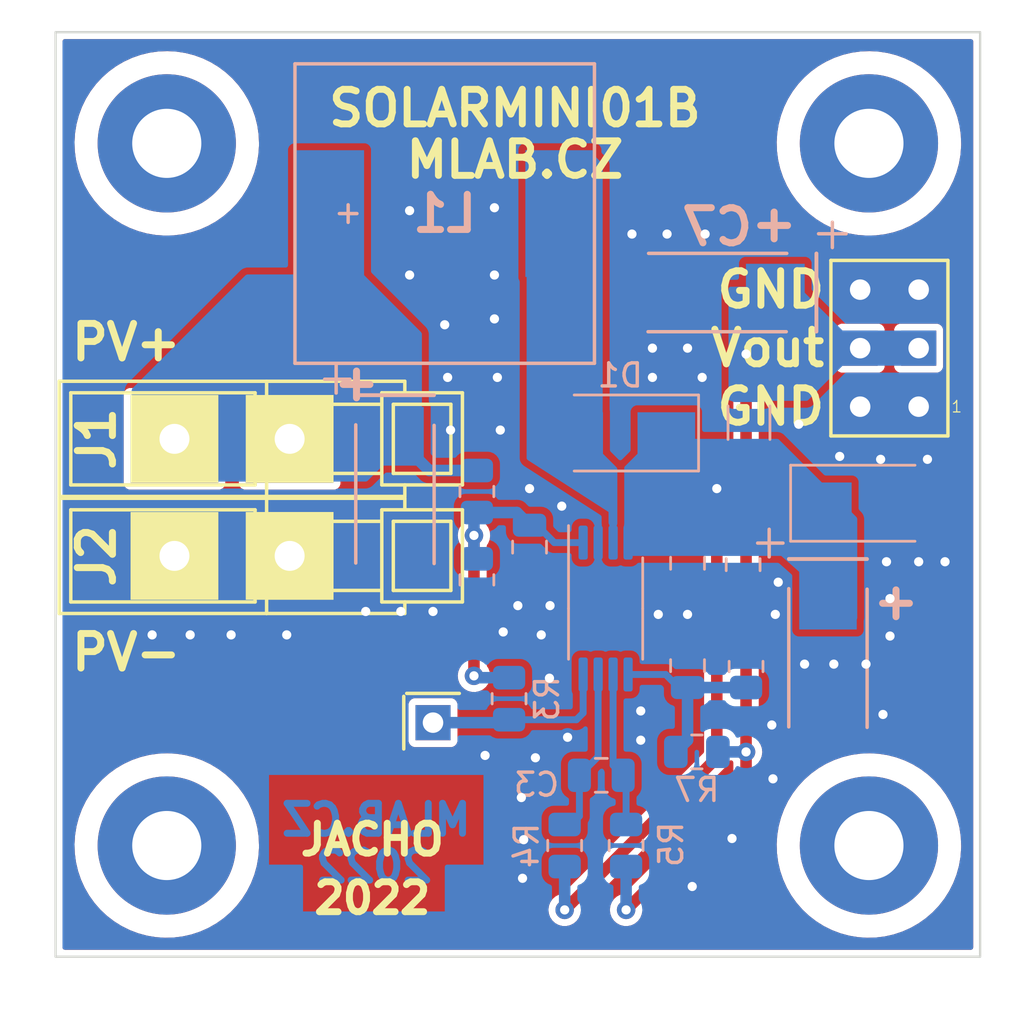
<source format=kicad_pcb>
(kicad_pcb (version 20211014) (generator pcbnew)
  (layers (0 "F.Cu" signal) (31 "B.Cu" signal) (34 "B.Paste" user) (35 "F.Paste" user) (36 "B.SilkS" user "B.Silkscreen") (37 "F.SilkS" user "F.Silkscreen") (38 "B.Mask" user) (39 "F.Mask" user) (44 "Edge.Cuts" user))
  (net 0 "")
  (net 1 "GND")
  (net 2 "/PV+")
  (net 3 "Net-(C2-Pad1)")
  (net 4 "Net-(C3-Pad1)")
  (net 5 "Net-(C3-Pad2)")
  (net 6 "Net-(C4-Pad1)")
  (net 7 "Net-(C7-Pad1)")
  (net 8 "Net-(C8-Pad1)")
  (net 9 "Net-(D1-Pad2)")
  (net 10 "Net-(J3-Pad1)")
  (footprint "Mlab_Pin_Headers:Straight_1x01" (layer "F.Cu") (at 16.637 -10.414)
    (fp_text reference "J3" hide)
    (fp_text value "HEADER_1x01" hide)
    (fp_line (start -1.143 -1.27) (end 1.143 -1.27) (layer "F.SilkS") (width 0.15))
    (fp_line (start -1.27 1.143) (end -1.27 -1.143) (layer "F.SilkS") (width 0.15))
    (pad "1" thru_hole rect locked (at 0 0) (size 1.524 1.524) (drill 0.889) (layers *.Cu *.Mask) (net 10 "Net-(J3-Pad1)"))
  )
  (footprint "Mlab_Mechanical:MountingHole_3mm" (layer "F.Cu") (at 5.08 -5.08)
    (fp_text reference "M2" hide)
    (fp_text value "HOLE" hide)
    (pad "1" thru_hole circle locked (at 0 0) (size 6 6) (drill 3) (layers *.Cu *.Adhes *.Mask) (clearance 1))
  )
  (footprint "Mlab_Mechanical:MountingHole_3mm" (layer "F.Cu") (at 5.08 -35.56)
    (fp_text reference "M1" hide)
    (fp_text value "HOLE" hide)
    (pad "1" thru_hole circle locked (at 0 0) (size 6 6) (drill 3) (layers *.Cu *.Adhes *.Mask) (clearance 1))
  )
  (footprint "Mlab_Mechanical:MountingHole_3mm" (layer "F.Cu") (at 35.56 -5.08)
    (fp_text reference "M4" hide)
    (fp_text value "HOLE" hide)
    (pad "1" thru_hole circle locked (at 0 0) (size 6 6) (drill 3) (layers *.Cu *.Adhes *.Mask) (clearance 1))
  )
  (footprint "Mlab_CON:WAGO256" (layer "F.Cu") (at 7.874 -17.653)
    (fp_text reference "J2" (at -5.842 0 90) (layer "F.SilkS") (effects (font (size 1.524 1.524) (thickness 0.3048))))
    (fp_text value "WAGO 256" hide)
    (fp_line (start 1.54 2.5001) (end 1.54 -2.5001) (layer "F.SilkS") (width 0.15))
    (fp_line (start 9.54 1.501) (end 9.54 -1.501) (layer "F.SilkS") (width 0.15))
    (fp_line (start 7.54 2.5) (end 7.54 2) (layer "F.SilkS") (width 0.15))
    (fp_line (start 6.54 2) (end 10.0401 2) (layer "F.SilkS") (width 0.15))
    (fp_line (start 10.0401 -2) (end 10.0401 2) (layer "F.SilkS") (width 0.15))
    (fp_line (start 3.54 1.5) (end 6.54 1.5) (layer "F.SilkS") (width 0.15))
    (fp_line (start 7.54 -2) (end 7.54 -2.5) (layer "F.SilkS") (width 0.15))
    (fp_line (start 6.54 -2) (end 10.041 -2) (layer "F.SilkS") (width 0.15))
    (fp_line (start -7.46 -2.5) (end 1.54 -2.5) (layer "F.SilkS") (width 0.15))
    (fp_line (start 7.0401 -1.5) (end 9.54 -1.5) (layer "F.SilkS") (width 0.15))
    (fp_line (start -7.46 2.5001) (end -7.46 -2.5001) (layer "F.SilkS") (width 0.15))
    (fp_line (start -6.9601 -2) (end 1.0399 -2) (layer "F.SilkS") (width 0.15))
    (fp_line (start 1.0399 -1) (end 1.54 -1) (layer "F.SilkS") (width 0.15))
    (fp_line (start 1.54 -2.5) (end 7.54 -2.5) (layer "F.SilkS") (width 0.15))
    (fp_line (start -6.9601 2) (end 1.0399 2) (layer "F.SilkS") (width 0.15))
    (fp_line (start 3.54 1.5001) (end 3.54 -1.5001) (layer "F.SilkS") (width 0.15))
    (fp_line (start 1.0399 -2) (end 1.0399 2) (layer "F.SilkS") (width 0.15))
    (fp_line (start 7.0401 1.501) (end 7.0401 -1.501) (layer "F.SilkS") (width 0.15))
    (fp_line (start 3.54 -1.5) (end 6.54 -1.5) (layer "F.SilkS") (width 0.15))
    (fp_line (start 7.0401 1.5) (end 9.54 1.5) (layer "F.SilkS") (width 0.15))
    (fp_line (start 1.54 2.5) (end 7.54 2.5) (layer "F.SilkS") (width 0.15))
    (fp_line (start 1.0399 1) (end 1.54 1) (layer "F.SilkS") (width 0.15))
    (fp_line (start 6.54 -2) (end 6.54 2) (layer "F.SilkS") (width 0.15))
    (fp_line (start 1.54 2.5) (end -7.46 2.5) (layer "F.SilkS") (width 0.15))
    (fp_line (start -6.9601 2) (end -6.9601 -2) (layer "F.SilkS") (width 0.15))
    (pad "1" thru_hole rect locked (at -2.46 0 90) (size 3.81 3.81) (drill 1.3) (layers *.Cu *.Mask "F.SilkS") (net 1 "GND"))
    (pad "1" thru_hole rect locked (at 2.54 0 90) (size 3.81 3.81) (drill 1.3) (layers *.Cu *.Mask "F.SilkS") (net 1 "GND"))
  )
  (footprint "Mlab_CON:WAGO256" (layer "F.Cu") (at 7.874 -22.733)
    (fp_text reference "J1" (at -5.842 0 90) (layer "F.SilkS") (effects (font (size 1.524 1.524) (thickness 0.3048))))
    (fp_text value "WAGO 256" hide)
    (fp_line (start 1.54 -2.5) (end 7.54 -2.5) (layer "F.SilkS") (width 0.15))
    (fp_line (start 1.0399 -2) (end 1.0399 2) (layer "F.SilkS") (width 0.15))
    (fp_line (start 7.0401 -1.5) (end 9.54 -1.5) (layer "F.SilkS") (width 0.15))
    (fp_line (start 7.0401 1.5) (end 9.54 1.5) (layer "F.SilkS") (width 0.15))
    (fp_line (start 7.54 -2) (end 7.54 -2.5) (layer "F.SilkS") (width 0.15))
    (fp_line (start 1.54 2.5) (end 7.54 2.5) (layer "F.SilkS") (width 0.15))
    (fp_line (start 3.54 1.5001) (end 3.54 -1.5001) (layer "F.SilkS") (width 0.15))
    (fp_line (start -7.46 2.5001) (end -7.46 -2.5001) (layer "F.SilkS") (width 0.15))
    (fp_line (start 1.54 2.5001) (end 1.54 -2.5001) (layer "F.SilkS") (width 0.15))
    (fp_line (start -7.46 -2.5) (end 1.54 -2.5) (layer "F.SilkS") (width 0.15))
    (fp_line (start 7.0401 1.501) (end 7.0401 -1.501) (layer "F.SilkS") (width 0.15))
    (fp_line (start 3.54 1.5) (end 6.54 1.5) (layer "F.SilkS") (width 0.15))
    (fp_line (start 1.0399 -1) (end 1.54 -1) (layer "F.SilkS") (width 0.15))
    (fp_line (start -6.9601 -2) (end 1.0399 -2) (layer "F.SilkS") (width 0.15))
    (fp_line (start 6.54 2) (end 10.0401 2) (layer "F.SilkS") (width 0.15))
    (fp_line (start 7.54 2.5) (end 7.54 2) (layer "F.SilkS") (width 0.15))
    (fp_line (start 9.54 1.501) (end 9.54 -1.501) (layer "F.SilkS") (width 0.15))
    (fp_line (start 10.0401 -2) (end 10.0401 2) (layer "F.SilkS") (width 0.15))
    (fp_line (start -6.9601 2) (end -6.9601 -2) (layer "F.SilkS") (width 0.15))
    (fp_line (start 1.0399 1) (end 1.54 1) (layer "F.SilkS") (width 0.15))
    (fp_line (start -6.9601 2) (end 1.0399 2) (layer "F.SilkS") (width 0.15))
    (fp_line (start 1.54 2.5) (end -7.46 2.5) (layer "F.SilkS") (width 0.15))
    (fp_line (start 6.54 -2) (end 10.041 -2) (layer "F.SilkS") (width 0.15))
    (fp_line (start 6.54 -2) (end 6.54 2) (layer "F.SilkS") (width 0.15))
    (fp_line (start 3.54 -1.5) (end 6.54 -1.5) (layer "F.SilkS") (width 0.15))
    (pad "1" thru_hole rect locked (at 2.54 0 90) (size 3.81 3.81) (drill 1.3) (layers *.Cu *.Mask "F.SilkS") (net 2 "/PV+"))
    (pad "1" thru_hole rect locked (at -2.46 0 90) (size 3.81 3.81) (drill 1.3) (layers *.Cu *.Mask "F.SilkS") (net 2 "/PV+"))
  )
  (footprint "Mlab_Mechanical:MountingHole_3mm" (layer "F.Cu") (at 35.56 -35.56)
    (fp_text reference "M3" hide)
    (fp_text value "HOLE" hide)
    (pad "1" thru_hole circle locked (at 0 0) (size 6 6) (drill 3) (layers *.Cu *.Adhes *.Mask) (clearance 1))
  )
  (footprint "Mlab_Pin_Headers:Straight_2x03" (layer "F.Cu") (at 36.449 -26.67 180)
    (fp_text reference "J4" hide)
    (fp_text value "HEADER_2x03_PARALLEL" hide)
    (fp_text user "1" (at -2.921 -2.54) (layer "F.SilkS") (effects (font (size 0.5 0.5) (thickness 0.05))))
    (fp_line (start 2.54 -3.81) (end 2.54 3.81) (layer "F.SilkS") (width 0.15))
    (fp_line (start 2.54 3.81) (end -2.54 3.81) (layer "F.SilkS") (width 0.15))
    (fp_line (start -2.54 3.81) (end -2.54 -3.81) (layer "F.SilkS") (width 0.15))
    (fp_line (start -2.54 -3.81) (end 2.54 -3.81) (layer "F.SilkS") (width 0.15))
    (pad "1" thru_hole rect locked (at -1.27 -2.54 180) (size 1.524 1.524) (drill 0.889) (layers *.Cu *.Mask) (net 1 "GND"))
    (pad "2" thru_hole rect locked (at 1.27 -2.54 180) (size 1.524 1.524) (drill 0.889) (layers *.Cu *.Mask) (net 1 "GND"))
    (pad "3" thru_hole rect locked (at -1.27 0 180) (size 1.524 1.524) (drill 0.889) (layers *.Cu *.Mask) (net 7 "Net-(C7-Pad1)"))
    (pad "4" thru_hole rect locked (at 1.27 0 180) (size 1.524 1.524) (drill 0.889) (layers *.Cu *.Mask) (net 7 "Net-(C7-Pad1)"))
    (pad "5" thru_hole rect locked (at -1.27 2.54 180) (size 1.524 1.524) (drill 0.889) (layers *.Cu *.Mask) (net 1 "GND"))
    (pad "6" thru_hole rect locked (at 1.27 2.54 180) (size 1.524 1.524) (drill 0.889) (layers *.Cu *.Mask) (net 1 "GND"))
  )
  (footprint "Mlab_C:TantalC_SizeC_Reflow" (layer "B.Cu") (at 28.97124 -29.083 180)
    (fp_text reference "C7" (at 0 2.85) (layer "B.SilkS") (effects (font (size 1.524 1.524) (thickness 0.3048)) (justify mirror)))
    (fp_text value "47uF/16" hide)
    (fp_text user "+" (at -2.47396 3.0226) (layer "B.SilkS") (effects (font (size 1.524 1.524) (thickness 0.3048)) (justify mirror)))
    (fp_line (start 2.97688 1.7018) (end -3.0226 1.7018) (layer "B.SilkS") (width 0.15))
    (fp_line (start -5.00126 3.05308) (end -5.00126 1.95326) (layer "B.SilkS") (width 0.15))
    (fp_line (start -5.6007 2.5527) (end -4.40182 2.5527) (layer "B.SilkS") (width 0.15))
    (fp_line (start -4.30022 1.69926) (end -4.30022 -1.69926) (layer "B.SilkS") (width 0.15))
    (fp_line (start 2.99974 -1.69926) (end -2.99974 -1.69926) (layer "B.SilkS") (width 0.15))
    (fp_line (start -4.318 1.7018) (end -4.318 -1.69672) (layer "B.SilkS") (width 0.15))
    (pad "1" smd rect locked (at -2.52476 0 180) (size 2.55016 2.49936) (layers "B.Cu" "B.Paste" "B.Mask") (net 7 "Net-(C7-Pad1)"))
    (pad "2" smd rect locked (at 2.52476 0 180) (size 2.55016 2.49936) (layers "B.Cu" "B.Paste" "B.Mask") (net 1 "GND"))
  )
  (footprint "Resistor_SMD:R_0805_2012Metric" (layer "B.Cu") (at 18.542 -20.447 -90)
    (fp_text reference "R1" hide)
    (fp_text value "1k" hide)
    (fp_line (start -0.227064 0.735) (end 0.227064 0.735) (layer "B.SilkS") (width 0.12))
    (fp_line (start -0.227064 -0.735) (end 0.227064 -0.735) (layer "B.SilkS") (width 0.12))
    (pad "1" smd roundrect locked (at -0.9125 0 270) (size 1.025 1.4) (layers "B.Cu" "B.Paste" "B.Mask") (roundrect_rratio 0.243902439) (net 2 "/PV+"))
    (pad "2" smd roundrect locked (at 0.9125 0 270) (size 1.025 1.4) (layers "B.Cu" "B.Paste" "B.Mask") (roundrect_rratio 0.243902439) (net 3 "Net-(C2-Pad1)"))
  )
  (footprint "Capacitor_SMD:C_0805_2012Metric" (layer "B.Cu") (at 27.686 -12.888 90)
    (fp_text reference "C8" hide)
    (fp_text value "1nF" hide)
    (fp_line (start -0.261252 0.735) (end 0.261252 0.735) (layer "B.SilkS") (width 0.12))
    (fp_line (start -0.261252 -0.735) (end 0.261252 -0.735) (layer "B.SilkS") (width 0.12))
    (pad "1" smd roundrect locked (at -0.95 0 90) (size 1 1.45) (layers "B.Cu" "B.Paste" "B.Mask") (net 8 "Net-(C8-Pad1)"))
    (pad "2" smd roundrect locked (at 0.95 0 90) (size 1 1.45) (layers "B.Cu" "B.Paste" "B.Mask") (net 1 "GND"))
  )
  (footprint "Capacitor_SMD:C_0805_2012Metric" (layer "B.Cu") (at 23.942 -8.128)
    (fp_text reference "C3" (at -2.8092 0.4064) (layer "B.SilkS") (effects (justify mirror)))
    (fp_text value "1uF" hide)
    (fp_line (start -0.261252 -0.735) (end 0.261252 -0.735) (layer "B.SilkS") (width 0.12))
    (fp_line (start -0.261252 0.735) (end 0.261252 0.735) (layer "B.SilkS") (width 0.12))
    (pad "1" smd roundrect locked (at -0.95 0) (size 1 1.45) (layers "B.Cu" "B.Paste" "B.Mask") (net 4 "Net-(C3-Pad1)"))
    (pad "2" smd roundrect locked (at 0.95 0) (size 1 1.45) (layers "B.Cu" "B.Paste" "B.Mask") (net 5 "Net-(C3-Pad2)"))
  )
  (footprint "Resistor_SMD:R_0805_2012Metric" (layer "B.Cu") (at 30.226 -12.8505 -90)
    (fp_text reference "R8" hide)
    (fp_text value "270k" hide)
    (fp_line (start -0.227064 0.735) (end 0.227064 0.735) (layer "B.SilkS") (width 0.12))
    (fp_line (start -0.227064 -0.735) (end 0.227064 -0.735) (layer "B.SilkS") (width 0.12))
    (pad "1" smd roundrect locked (at -0.9125 0 270) (size 1.025 1.4) (layers "B.Cu" "B.Paste" "B.Mask") (roundrect_rratio 0.243902439) (net 1 "GND"))
    (pad "2" smd roundrect locked (at 0.9125 0 270) (size 1.025 1.4) (layers "B.Cu" "B.Paste" "B.Mask") (roundrect_rratio 0.243902439) (net 8 "Net-(C8-Pad1)"))
  )
  (footprint "Mlab_C:TantalC_SizeC_Reflow" (layer "B.Cu") (at 14.986 -20.32 -90)
    (fp_text reference "C1" hide)
    (fp_text value "47uF/16" hide)
    (fp_text user "+" (at -4.7752 1.778 90) (layer "B.SilkS") (effects (font (size 1.524 1.524) (thickness 0.3048)) (justify mirror)))
    (fp_line (start -5.6007 2.5527) (end -4.40182 2.5527) (layer "B.SilkS") (width 0.15))
    (fp_line (start -4.30022 1.69926) (end -4.30022 -1.69926) (layer "B.SilkS") (width 0.15))
    (fp_line (start -4.318 1.7018) (end -4.318 -1.69672) (layer "B.SilkS") (width 0.15))
    (fp_line (start 2.99974 -1.69926) (end -2.99974 -1.69926) (layer "B.SilkS") (width 0.15))
    (fp_line (start -5.00126 3.05308) (end -5.00126 1.95326) (layer "B.SilkS") (width 0.15))
    (fp_line (start 2.97688 1.7018) (end -3.0226 1.7018) (layer "B.SilkS") (width 0.15))
    (pad "1" smd rect locked (at -2.52476 0 270) (size 2.55016 2.49936) (layers "B.Cu" "B.Paste" "B.Mask") (net 2 "/PV+"))
    (pad "2" smd rect locked (at 2.52476 0 270) (size 2.55016 2.49936) (layers "B.Cu" "B.Paste" "B.Mask") (net 1 "GND"))
  )
  (footprint "Resistor_SMD:R_0805_2012Metric" (layer "B.Cu") (at 28.0905 -9.144)
    (fp_text reference "R7" (at 0 1.65) (layer "B.SilkS") (effects (justify mirror)))
    (fp_text value "560k" hide)
    (fp_line (start -0.227064 0.735) (end 0.227064 0.735) (layer "B.SilkS") (width 0.12))
    (fp_line (start -0.227064 -0.735) (end 0.227064 -0.735) (layer "B.SilkS") (width 0.12))
    (pad "1" smd roundrect locked (at -0.9125 0) (size 1.025 1.4) (layers "B.Cu" "B.Paste" "B.Mask") (roundrect_rratio 0.243902439) (net 8 "Net-(C8-Pad1)"))
    (pad "2" smd roundrect locked (at 0.9125 0) (size 1.025 1.4) (layers "B.Cu" "B.Paste" "B.Mask") (roundrect_rratio 0.243902439) (net 7 "Net-(C7-Pad1)"))
  )
  (footprint "Capacitor_SMD:C_0805_2012Metric" (layer "B.Cu") (at 27.686 -17.333 -90)
    (fp_text reference "C4" hide)
    (fp_text value "100nF" hide)
    (fp_line (start -0.261252 -0.735) (end 0.261252 -0.735) (layer "B.SilkS") (width 0.12))
    (fp_line (start -0.261252 0.735) (end 0.261252 0.735) (layer "B.SilkS") (width 0.12))
    (pad "1" smd roundrect locked (at -0.95 0 270) (size 1 1.45) (layers "B.Cu" "B.Paste" "B.Mask") (net 6 "Net-(C4-Pad1)"))
    (pad "2" smd roundrect locked (at 0.95 0 270) (size 1 1.45) (layers "B.Cu" "B.Paste" "B.Mask") (net 1 "GND"))
  )
  (footprint "Capacitor_SMD:C_0805_2012Metric" (layer "B.Cu") (at 30.099 -17.272 -90)
    (fp_text reference "C5" hide)
    (fp_text value "10uF" hide)
    (fp_line (start -0.261252 -0.735) (end 0.261252 -0.735) (layer "B.SilkS") (width 0.12))
    (fp_line (start -0.261252 0.735) (end 0.261252 0.735) (layer "B.SilkS") (width 0.12))
    (pad "1" smd roundrect locked (at -0.95 0 270) (size 1 1.45) (layers "B.Cu" "B.Paste" "B.Mask") (net 6 "Net-(C4-Pad1)"))
    (pad "2" smd roundrect locked (at 0.95 0 270) (size 1 1.45) (layers "B.Cu" "B.Paste" "B.Mask") (net 1 "GND"))
  )
  (footprint "Diode_SMD:D_SMA" (layer "B.Cu") (at 35.56 -19.939)
    (fp_text reference "D2" hide)
    (fp_text value "SMBJ5.0A" hide)
    (fp_line (start -3.4 -1.65) (end 2 -1.65) (layer "B.SilkS") (width 0.12))
    (fp_line (start -3.4 1.65) (end 2 1.65) (layer "B.SilkS") (width 0.12))
    (fp_line (start -3.4 1.65) (end -3.4 -1.65) (layer "B.SilkS") (width 0.12))
    (pad "1" smd rect locked (at -2 0) (size 2.5 1.8) (layers "B.Cu" "B.Paste" "B.Mask") (net 6 "Net-(C4-Pad1)"))
    (pad "2" smd rect locked (at 2 0) (size 2.5 1.8) (layers "B.Cu" "B.Paste" "B.Mask") (net 1 "GND"))
  )
  (footprint "Resistor_SMD:R_1206_3216Metric" (layer "B.Cu") (at 30.353 -23.4335 -90)
    (fp_text reference "R6" hide)
    (fp_text value "0R47" hide)
    (fp_line (start -0.727064 -0.91) (end 0.727064 -0.91) (layer "B.SilkS") (width 0.12))
    (fp_line (start -0.727064 0.91) (end 0.727064 0.91) (layer "B.SilkS") (width 0.12))
    (pad "1" smd roundrect locked (at -1.4625 0 270) (size 1.125 1.75) (layers "B.Cu" "B.Paste" "B.Mask") (roundrect_rratio 0.2222222222) (net 7 "Net-(C7-Pad1)"))
    (pad "2" smd roundrect locked (at 1.4625 0 270) (size 1.125 1.75) (layers "B.Cu" "B.Paste" "B.Mask") (roundrect_rratio 0.2222222222) (net 6 "Net-(C4-Pad1)"))
  )
  (footprint "Diode_SMD:D_SMA" (layer "B.Cu") (at 24.765 -22.987 180)
    (fp_text reference "D1" (at 0 2.5) (layer "B.SilkS") (effects (justify mirror)))
    (fp_text value "15MQ040N" hide)
    (fp_line (start -3.4 -1.65) (end 2 -1.65) (layer "B.SilkS") (width 0.12))
    (fp_line (start -3.4 1.65) (end 2 1.65) (layer "B.SilkS") (width 0.12))
    (fp_line (start -3.4 1.65) (end -3.4 -1.65) (layer "B.SilkS") (width 0.12))
    (pad "1" smd rect locked (at -2 0 180) (size 2.5 1.8) (layers "B.Cu" "B.Paste" "B.Mask") (net 6 "Net-(C4-Pad1)"))
    (pad "2" smd rect locked (at 2 0 180) (size 2.5 1.8) (layers "B.Cu" "B.Paste" "B.Mask") (net 9 "Net-(D1-Pad2)"))
  )
  (footprint "Resistor_SMD:R_0805_2012Metric" (layer "B.Cu") (at 18.542 -16.6135 -90)
    (fp_text reference "R2" hide)
    (fp_text value "-" hide)
    (fp_line (start -0.227064 0.735) (end 0.227064 0.735) (layer "B.SilkS") (width 0.12))
    (fp_line (start -0.227064 -0.735) (end 0.227064 -0.735) (layer "B.SilkS") (width 0.12))
    (pad "1" smd roundrect locked (at -0.9125 0 270) (size 1.025 1.4) (layers "B.Cu" "B.Paste" "B.Mask") (roundrect_rratio 0.243902439) (net 3 "Net-(C2-Pad1)"))
    (pad "2" smd roundrect locked (at 0.9125 0 270) (size 1.025 1.4) (layers "B.Cu" "B.Paste" "B.Mask") (roundrect_rratio 0.243902439) (net 1 "GND"))
  )
  (footprint "Package_SO:TSSOP-8_4.4x3mm_P0.65mm" (layer "B.Cu") (at 24.13 -15.367 -90)
    (fp_text reference "U1" hide)
    (fp_text value "SPV1040" hide)
    (fp_line (start 0 -1.61) (end 2.2 -1.61) (layer "B.SilkS") (width 0.12))
    (fp_line (start 0 -1.61) (end -2.2 -1.61) (layer "B.SilkS") (width 0.12))
    (fp_line (start 0 1.61) (end -3.6 1.61) (layer "B.SilkS") (width 0.12))
    (fp_line (start 0 1.61) (end 2.2 1.61) (layer "B.SilkS") (width 0.12))
    (pad "1" smd roundrect locked (at -2.8625 0.975 270) (size 1.475 0.4) (layers "B.Cu" "B.Paste" "B.Mask") (net 3 "Net-(C2-Pad1)"))
    (pad "2" smd roundrect locked (at -2.8625 0.325 270) (size 1.475 0.4) (layers "B.Cu" "B.Paste" "B.Mask") (net 1 "GND"))
    (pad "3" smd roundrect locked (at -2.8625 -0.325 270) (size 1.475 0.4) (layers "B.Cu" "B.Paste" "B.Mask") (net 9 "Net-(D1-Pad2)"))
    (pad "4" smd roundrect locked (at -2.8625 -0.975 270) (size 1.475 0.4) (layers "B.Cu" "B.Paste" "B.Mask") (net 6 "Net-(C4-Pad1)"))
    (pad "5" smd roundrect locked (at 2.8625 -0.975 270) (size 1.475 0.4) (layers "B.Cu" "B.Paste" "B.Mask") (net 8 "Net-(C8-Pad1)"))
    (pad "6" smd roundrect locked (at 2.8625 -0.325 270) (size 1.475 0.4) (layers "B.Cu" "B.Paste" "B.Mask") (net 5 "Net-(C3-Pad2)"))
    (pad "7" smd roundrect locked (at 2.8625 0.325 270) (size 1.475 0.4) (layers "B.Cu" "B.Paste" "B.Mask") (net 4 "Net-(C3-Pad1)"))
    (pad "8" smd roundrect locked (at 2.8625 0.975 270) (size 1.475 0.4) (layers "B.Cu" "B.Paste" "B.Mask") (net 10 "Net-(J3-Pad1)"))
  )
  (footprint "Resistor_SMD:R_0805_2012Metric" (layer "B.Cu") (at 25.019 -5.08 -90)
    (fp_text reference "R5" (at -0.0508 -1.9558 90) (layer "B.SilkS") (effects (justify mirror)))
    (fp_text value "1k" hide)
    (fp_line (start -0.227064 -0.735) (end 0.227064 -0.735) (layer "B.SilkS") (width 0.12))
    (fp_line (start -0.227064 0.735) (end 0.227064 0.735) (layer "B.SilkS") (width 0.12))
    (pad "1" smd roundrect locked (at -0.9125 0 270) (size 1.025 1.4) (layers "B.Cu" "B.Paste" "B.Mask") (roundrect_rratio 0.243902439) (net 5 "Net-(C3-Pad2)"))
    (pad "2" smd roundrect locked (at 0.9125 0 270) (size 1.025 1.4) (layers "B.Cu" "B.Paste" "B.Mask") (roundrect_rratio 0.243902439) (net 7 "Net-(C7-Pad1)"))
  )
  (footprint "Resistor_SMD:R_0805_2012Metric" (layer "B.Cu") (at 19.939 -11.4535 90)
    (fp_text reference "R3" (at 0 1.65 90) (layer "B.SilkS") (effects (justify mirror)))
    (fp_text value "0R" hide)
    (fp_line (start -0.227064 -0.735) (end 0.227064 -0.735) (layer "B.SilkS") (width 0.12))
    (fp_line (start -0.227064 0.735) (end 0.227064 0.735) (layer "B.SilkS") (width 0.12))
    (pad "1" smd roundrect locked (at -0.9125 0 90) (size 1.025 1.4) (layers "B.Cu" "B.Paste" "B.Mask") (roundrect_rratio 0.243902439) (net 10 "Net-(J3-Pad1)"))
    (pad "2" smd roundrect locked (at 0.9125 0 90) (size 1.025 1.4) (layers "B.Cu" "B.Paste" "B.Mask") (roundrect_rratio 0.243902439) (net 3 "Net-(C2-Pad1)"))
  )
  (footprint "Resistor_SMD:R_0805_2012Metric" (layer "B.Cu") (at 22.352 -5.08 -90)
    (fp_text reference "R4" (at 0 1.65 90) (layer "B.SilkS") (effects (justify mirror)))
    (fp_text value "1k" hide)
    (fp_line (start -0.227064 -0.735) (end 0.227064 -0.735) (layer "B.SilkS") (width 0.12))
    (fp_line (start -0.227064 0.735) (end 0.227064 0.735) (layer "B.SilkS") (width 0.12))
    (pad "1" smd roundrect locked (at -0.9125 0 270) (size 1.025 1.4) (layers "B.Cu" "B.Paste" "B.Mask") (roundrect_rratio 0.243902439) (net 4 "Net-(C3-Pad1)"))
    (pad "2" smd roundrect locked (at 0.9125 0 270) (size 1.025 1.4) (layers "B.Cu" "B.Paste" "B.Mask") (roundrect_rratio 0.243902439) (net 6 "Net-(C4-Pad1)"))
  )
  (footprint "Capacitor_SMD:C_0805_2012Metric" (layer "B.Cu") (at 20.828 -18.034 -90)
    (fp_text reference "C2" hide)
    (fp_text value "100nF" hide)
    (fp_line (start -0.261252 0.735) (end 0.261252 0.735) (layer "B.SilkS") (width 0.12))
    (fp_line (start -0.261252 -0.735) (end 0.261252 -0.735) (layer "B.SilkS") (width 0.12))
    (pad "1" smd roundrect locked (at -0.95 0 270) (size 1 1.45) (layers "B.Cu" "B.Paste" "B.Mask") (net 3 "Net-(C2-Pad1)"))
    (pad "2" smd roundrect locked (at 0.95 0 270) (size 1 1.45) (layers "B.Cu" "B.Paste" "B.Mask") (net 1 "GND"))
  )
  (footprint "Mlab_C:TantalC_SizeC_Reflow" (layer "B.Cu") (at 33.782 -13.208 -90)
    (fp_text reference "C6" hide)
    (fp_text value "47uF/16" hide)
    (fp_text user "+" (at -2.3876 -2.8448 90) (layer "B.SilkS") (effects (font (size 1.524 1.524) (thickness 0.3048)) (justify mirror)))
    (fp_line (start -5.6007 2.5527) (end -4.40182 2.5527) (layer "B.SilkS") (width 0.15))
    (fp_line (start 2.97688 1.7018) (end -3.0226 1.7018) (layer "B.SilkS") (width 0.15))
    (fp_line (start -4.30022 1.69926) (end -4.30022 -1.69926) (layer "B.SilkS") (width 0.15))
    (fp_line (start 2.99974 -1.69926) (end -2.99974 -1.69926) (layer "B.SilkS") (width 0.15))
    (fp_line (start -4.318 1.7018) (end -4.318 -1.69672) (layer "B.SilkS") (width 0.15))
    (fp_line (start -5.00126 3.05308) (end -5.00126 1.95326) (layer "B.SilkS") (width 0.15))
    (pad "1" smd rect locked (at -2.52476 0 270) (size 2.55016 2.49936) (layers "B.Cu" "B.Paste" "B.Mask") (net 6 "Net-(C4-Pad1)"))
    (pad "2" smd rect locked (at 2.52476 0 270) (size 2.55016 2.49936) (layers "B.Cu" "B.Paste" "B.Mask") (net 1 "GND"))
  )
  (footprint "Mlab_L:DE1205-10" (layer "B.Cu") (at 17.145 -32.512 180)
    (fp_text reference "L1" (at 0 0) (layer "B.SilkS") (effects (font (size 1.524 1.524) (thickness 0.3048)) (justify mirror)))
    (fp_text value "10uH - DE1205-10" hide)
    (fp_line (start 4.572 0) (end 3.81 0) (layer "B.SilkS") (width 0.15))
    (fp_line (start -6.5 6.5) (end -6.5 -6.5) (layer "B.SilkS") (width 0.15))
    (fp_line (start 6.5 6.5) (end -6.5 6.5) (layer "B.SilkS") (width 0.15))
    (fp_line (start 4.191 0.381) (end 4.191 -0.381) (layer "B.SilkS") (width 0.15))
    (fp_line (start 6.5 -6.5) (end 6.5 6.5) (layer "B.SilkS") (width 0.15))
    (fp_line (start -6.5 -6.5) (end 6.5 -6.5) (layer "B.SilkS") (width 0.15))
    (pad "1" smd rect locked (at 5 0 180) (size 3 5.5) (layers "B.Cu" "B.Paste" "B.Mask") (net 2 "/PV+"))
    (pad "2" smd rect locked (at -5 0 180) (size 3 5.5) (layers "B.Cu" "B.Paste" "B.Mask") (net 9 "Net-(D1-Pad2)"))
  )
  (gr_rect (start 0.254 -40.386) (end 40.386 -0.254) (layer "Edge.Cuts") (width 0.1) (fill none))
  (gr_text "2022" (at 14.0716 -4.1656) (layer "B.Cu") (effects (font (size 1.3 1.3) (thickness 0.3)) (justify mirror)))
  (gr_text "MLAB.CZ" (at 14.1732 -6.1976) (layer "B.Cu") (effects (font (size 1.3 1.3) (thickness 0.3)) (justify mirror)))
  (gr_text "Vout" (at 33.782 -26.67) (layer "F.SilkS") (effects (font (size 1.5 1.5) (thickness 0.3)) (justify right)))
  (gr_text "GND" (at 33.782 -29.21) (layer "F.SilkS") (effects (font (size 1.5 1.5) (thickness 0.3)) (justify right)))
  (gr_text "MLAB.CZ" (at 20.193 -34.8488) (layer "F.SilkS") (effects (font (size 1.5 1.5) (thickness 0.3))))
  (gr_text "2022" (at 14 -2.794) (layer "F.SilkS") (effects (font (size 1.3 1.3) (thickness 0.3))))
  (gr_text "PV+" (at 0.8 -26.924) (layer "F.SilkS") (effects (font (size 1.5 1.5) (thickness 0.3)) (justify left)))
  (gr_text "SOLARMINI01B" (at 20.193 -37.084) (layer "F.SilkS") (effects (font (size 1.5 1.5) (thickness 0.3))))
  (gr_text "JACHO" (at 14 -5.334) (layer "F.SilkS") (effects (font (size 1.3 1.3) (thickness 0.3))))
  (gr_text "PV-" (at 0.8 -13.462) (layer "F.SilkS") (effects (font (size 1.5 1.5) (thickness 0.3)) (justify left)))
  (gr_text "GND" (at 33.782 -24.13) (layer "F.SilkS") (effects (font (size 1.5 1.5) (thickness 0.3)) (justify right)))
  (via (at 36.1696 -10.7696) (size 0.8) (drill 0.4) (layers "F.Cu" "B.Cu") (net 1))
  (via (at 17.145 -27.686) (size 0.8) (drill 0.4) (layers "F.Cu" "B.Cu") (net 1))
  (via (at 37.719 -17.399) (size 0.8) (drill 0.4) (layers "F.Cu" "B.Cu") (net 1))
  (via (at 15.621 -32.639) (size 0.8) (drill 0.4) (layers "F.Cu" "B.Cu") (net 1))
  (via (at 38.1 -21.844) (size 0.8) (drill 0.4) (layers "F.Cu" "B.Cu") (net 1))
  (via (at 25.273 -31.623) (size 0.8) (drill 0.4) (layers "F.Cu" "B.Cu") (net 1))
  (via (at 17.399 -23.114) (size 0.8) (drill 0.4) (layers "F.Cu" "B.Cu") (net 1))
  (via (at 28.448 -31.623) (size 0.8) (drill 0.4) (layers "F.Cu" "B.Cu") (net 1))
  (via (at 21.336 -14.224) (size 0.8) (drill 0.4) (layers "F.Cu" "B.Cu") (net 1))
  (via (at 13.716 -15.24) (size 0.8) (drill 0.4) (layers "F.Cu" "B.Cu") (net 1))
  (via (at 16.637 -15.24) (size 0.8) (drill 0.4) (layers "F.Cu" "B.Cu") (net 1))
  (via (at 27.686 -26.67) (size 0.8) (drill 0.4) (layers "F.Cu" "B.Cu") (net 1))
  (via (at 32.512 -23.368) (size 0.8) (drill 0.4) (layers "F.Cu" "B.Cu") (net 1))
  (via (at 27.686 -15.113) (size 0.8) (drill 0.4) (layers "F.Cu" "B.Cu") (net 1))
  (via (at 20.4724 -7.1628) (size 0.8) (drill 0.4) (layers "F.Cu" "B.Cu") (net 1))
  (via (at 19.431 -25.4) (size 0.8) (drill 0.4) (layers "F.Cu" "B.Cu") (net 1))
  (via (at 17.272 -25.4) (size 0.8) (drill 0.4) (layers "F.Cu" "B.Cu") (net 1))
  (via (at 15.621 -29.845) (size 0.8) (drill 0.4) (layers "F.Cu" "B.Cu") (net 1))
  (via (at 34.036 -12.954) (size 0.8) (drill 0.4) (layers "F.Cu" "B.Cu") (net 1))
  (via (at 35.433 -12.954) (size 0.8) (drill 0.4) (layers "F.Cu" "B.Cu") (net 1))
  (via (at 10.287 -14.224) (size 0.8) (drill 0.4) (layers "F.Cu" "B.Cu") (net 1))
  (via (at 21.717 -15.494) (size 0.8) (drill 0.4) (layers "F.Cu" "B.Cu") (net 1))
  (via (at 4.445 -14.224) (size 0.8) (drill 0.4) (layers "F.Cu" "B.Cu") (net 1))
  (via (at 31.3436 -10.3124) (size 0.8) (drill 0.4) (layers "F.Cu" "B.Cu") (net 1))
  (via (at 19.558 -23.114) (size 0.8) (drill 0.4) (layers "F.Cu" "B.Cu") (net 1))
  (via (at 20.574 -5.334) (size 0.8) (drill 0.4) (layers "F.Cu" "B.Cu") (net 1))
  (via (at 20.32 -15.494) (size 0.8) (drill 0.4) (layers "F.Cu" "B.Cu") (net 1))
  (via (at 26.162 -26.67) (size 0.8) (drill 0.4) (layers "F.Cu" "B.Cu") (net 1))
  (via (at 28.321 -25.4) (size 0.8) (drill 0.4) (layers "F.Cu" "B.Cu") (net 1))
  (via (at 29.6164 -5.3848) (size 0.8) (drill 0.4) (layers "F.Cu" "B.Cu") (net 1))
  (via (at 31.496 -15.113) (size 0.8) (drill 0.4) (layers "F.Cu" "B.Cu") (net 1))
  (via (at 36.4744 -14.1732) (size 0.8) (drill 0.4) (layers "F.Cu" "B.Cu") (net 1))
  (via (at 27.8892 -3.302) (size 0.8) (drill 0.4) (layers "F.Cu" "B.Cu") (net 1))
  (via (at 19.685 -14.351) (size 0.8) (drill 0.4) (layers "F.Cu" "B.Cu") (net 1))
  (via (at 22.479 -9.779) (size 0.8) (drill 0.4) (layers "F.Cu" "B.Cu") (net 1))
  (via (at 25.654 -10.922) (size 0.8) (drill 0.4) (layers "F.Cu" "B.Cu") (net 1))
  (via (at 34.29 -21.971) (size 0.8) (drill 0.4) (layers "F.Cu" "B.Cu") (net 1))
  (via (at 38.862 -17.399) (size 0.8) (drill 0.4) (layers "F.Cu" "B.Cu") (net 1))
  (via (at 31.3944 -7.9756) (size 0.8) (drill 0.4) (layers "F.Cu" "B.Cu") (net 1))
  (via (at 32.766 -12.954) (size 0.8) (drill 0.4) (layers "F.Cu" "B.Cu") (net 1))
  (via (at 31.623 -16.51) (size 0.8) (drill 0.4) (layers "F.Cu" "B.Cu") (net 1))
  (via (at 26.416 -15.113) (size 0.8) (drill 0.4) (layers "F.Cu" "B.Cu") (net 1))
  (via (at 18.8976 -8.9916) (size 0.8) (drill 0.4) (layers "F.Cu" "B.Cu") (net 1))
  (via (at 21.082 -8.89) (size 0.8) (drill 0.4) (layers "F.Cu" "B.Cu") (net 1))
  (via (at 19.304 -32.766) (size 0.8) (drill 0.4) (layers "F.Cu" "B.Cu") (net 1))
  (via (at 15.24 -15.24) (size 0.8) (drill 0.4) (layers "F.Cu" "B.Cu") (net 1))
  (via (at 26.797 -31.623) (size 0.8) (drill 0.4) (layers "F.Cu" "B.Cu") (net 1))
  (via (at 20.828 -20.574) (size 0.8) (drill 0.4) (layers "F.Cu" "B.Cu") (net 1))
  (via (at 19.304 -27.94) (size 0.8) (drill 0.4) (layers "F.Cu" "B.Cu") (net 1))
  (via (at 7.874 -14.224) (size 0.8) (drill 0.4) (layers "F.Cu" "B.Cu") (net 1))
  (via (at 19.304 -29.845) (size 0.8) (drill 0.4) (layers "F.Cu" "B.Cu") (net 1))
  (via (at 26.162 -25.4) (size 0.8) (drill 0.4) (layers "F.Cu" "B.Cu") (net 1))
  (via (at 21.6916 -12.3444) (size 0.8) (drill 0.4) (layers "F.Cu" "B.Cu") (net 1))
  (via (at 25.654 -9.652) (size 0.8) (drill 0.4) (layers "F.Cu" "B.Cu") (net 1))
  (via (at 20.5232 -3.6576) (size 0.8) (drill 0.4) (layers "F.Cu" "B.Cu") (net 1))
  (via (at 36.068 -21.844) (size 0.8) (drill 0.4) (layers "F.Cu" "B.Cu") (net 1))
  (via (at 6.096 -14.224) (size 0.8) (drill 0.4) (layers "F.Cu" "B.Cu") (net 1))
  (via (at 22.225 -19.812) (size 0.8) (drill 0.4) (layers "F.Cu" "B.Cu") (net 1))
  (via (at 36.4744 -15.7988) (size 0.8) (drill 0.4) (layers "F.Cu" "B.Cu") (net 1))
  (via (at 36.322 -17.399) (size 0.8) (drill 0.4) (layers "F.Cu" "B.Cu") (net 1))
  (segment (start 18.542 -21.3595) (end 16.47126 -21.3595) (width 0.5) (layer "B.Cu") (net 2))
  (segment (start 16.47126 -21.3595) (end 14.986 -22.84476) (width 0.5) (layer "B.Cu") (net 2))
  (segment (start 18.415 -12.446) (end 18.415 -18.542) (width 0.5) (layer "F.Cu") (net 3))
  (via (at 18.415 -12.446) (size 0.8) (drill 0.4) (layers "F.Cu" "B.Cu") (net 3))
  (via (at 18.415 -18.542) (size 0.8) (drill 0.4) (layers "F.Cu" "B.Cu") (net 3))
  (segment (start 18.415 -18.542) (end 18.415 -19.4075) (width 0.5) (layer "B.Cu") (net 3))
  (segment (start 20.2775 -19.5345) (end 20.828 -18.984) (width 0.5) (layer "B.Cu") (net 3))
  (segment (start 18.415 -18.542) (end 18.415 -17.653) (width 0.5) (layer "B.Cu") (net 3))
  (segment (start 21.9025 -18.2295) (end 23.155 -18.2295) (width 0.3) (layer "B.Cu") (net 3))
  (segment (start 19.939 -12.366) (end 18.495 -12.366) (width 0.5) (layer "B.Cu") (net 3))
  (segment (start 18.542 -19.5345) (end 20.2775 -19.5345) (width 0.5) (layer "B.Cu") (net 3))
  (segment (start 18.415 -19.4075) (end 18.542 -19.5345) (width 0.5) (layer "B.Cu") (net 3))
  (segment (start 18.415 -17.653) (end 18.542 -17.526) (width 0.5) (layer "B.Cu") (net 3))
  (segment (start 18.495 -12.366) (end 18.415 -12.446) (width 0.5) (layer "B.Cu") (net 3))
  (segment (start 21.148 -18.984) (end 21.9025 -18.2295) (width 0.3) (layer "B.Cu") (net 3))
  (segment (start 20.828 -18.984) (end 21.148 -18.984) (width 0.3) (layer "B.Cu") (net 3))
  (segment (start 22.992 -6.355) (end 22.6295 -5.9925) (width 0.3) (layer "B.Cu") (net 4))
  (segment (start 22.6295 -5.9925) (end 22.352 -5.9925) (width 0.3) (layer "B.Cu") (net 4))
  (segment (start 23.805 -12.5045) (end 23.805 -8.941) (width 0.3) (layer "B.Cu") (net 4))
  (segment (start 22.992 -8.128) (end 22.992 -6.355) (width 0.3) (layer "B.Cu") (net 4))
  (segment (start 23.805 -8.941) (end 22.992 -8.128) (width 0.3) (layer "B.Cu") (net 4))
  (segment (start 24.455 -12.5045) (end 24.455 -8.565) (width 0.3) (layer "B.Cu") (net 5))
  (segment (start 25.019 -8.001) (end 24.892 -8.128) (width 0.3) (layer "B.Cu") (net 5))
  (segment (start 25.019 -5.9925) (end 25.019 -8.001) (width 0.3) (layer "B.Cu") (net 5))
  (segment (start 24.455 -8.565) (end 24.892 -8.128) (width 0.3) (layer "B.Cu") (net 5))
  (segment (start 28.956 -20.574) (end 28.956 -8.89) (width 0.5) (layer "F.Cu") (net 6))
  (segment (start 28.956 -8.89) (end 22.352 -2.286) (width 0.5) (layer "F.Cu") (net 6))
  (via (at 22.352 -2.286) (size 0.8) (drill 0.4) (layers "F.Cu" "B.Cu") (net 6))
  (via (at 28.956 -20.574) (size 0.8) (drill 0.4) (layers "F.Cu" "B.Cu") (net 6))
  (segment (start 26.765 -22.987) (end 26.765 -22.765) (width 0.5) (layer "B.Cu") (net 6))
  (segment (start 22.352 -2.286) (end 22.352 -4.1675) (width 0.5) (layer "B.Cu") (net 6))
  (segment (start 26.765 -22.765) (end 28.956 -20.574) (width 0.5) (layer "B.Cu") (net 6))
  (segment (start 30.226 -7.493) (end 25.019 -2.286) (width 0.5) (layer "F.Cu") (net 7))
  (segment (start 30.226 -9.144) (end 30.226 -7.747) (width 0.5) (layer "F.Cu") (net 7))
  (segment (start 30.226 -26.416) (end 30.226 -9.144) (width 0.5) (layer "F.Cu") (net 7))
  (segment (start 30.226 -7.747) (end 30.226 -7.493) (width 0.5) (layer "F.Cu") (net 7))
  (via (at 30.226 -9.144) (size 0.8) (drill 0.4) (layers "F.Cu" "B.Cu") (net 7))
  (via (at 30.226 -26.416) (size 0.8) (drill 0.4) (layers "F.Cu" "B.Cu") (net 7))
  (via (at 25.019 -2.286) (size 0.8) (drill 0.4) (layers "F.Cu" "B.Cu") (net 7))
  (segment (start 25.019 -2.286) (end 25.019 -4.1675) (width 0.5) (layer "B.Cu") (net 7))
  (segment (start 30.353 -26.289) (end 30.226 -26.416) (width 0.5) (layer "B.Cu") (net 7))
  (segment (start 30.353 -24.896) (end 30.353 -26.289) (width 0.5) (layer "B.Cu") (net 7))
  (segment (start 29.003 -9.144) (end 30.226 -9.144) (width 0.5) (layer "B.Cu") (net 7))
  (segment (start 26.7385 -12.5045) (end 25.105 -12.5045) (width 0.3) (layer "B.Cu") (net 8))
  (segment (start 27.686 -11.938) (end 27.686 -9.652) (width 0.5) (layer "B.Cu") (net 8))
  (segment (start 30.226 -11.938) (end 27.686 -11.938) (width 0.5) (layer "B.Cu") (net 8))
  (segment (start 27.686 -11.938) (end 27.305 -11.938) (width 0.3) (layer "B.Cu") (net 8))
  (segment (start 27.305 -11.938) (end 26.7385 -12.5045) (width 0.3) (layer "B.Cu") (net 8))
  (segment (start 27.686 -9.652) (end 27.178 -9.144) (width 0.5) (layer "B.Cu") (net 8))
  (segment (start 23.155 -12.5045) (end 23.155 -10.836) (width 0.3) (layer "B.Cu") (net 10))
  (segment (start 16.637 -10.414) (end 19.812 -10.414) (width 0.5) (layer "B.Cu") (net 10))
  (segment (start 22.86 -10.541) (end 19.939 -10.541) (width 0.3) (layer "B.Cu") (net 10))
  (segment (start 23.155 -10.836) (end 22.86 -10.541) (width 0.3) (layer "B.Cu") (net 10))
  (segment (start 19.812 -10.414) (end 19.939 -10.541) (width 0.5) (layer "B.Cu") (net 10))
  (zone (net 1) (net_name "GND") (layers F&B.Cu) (connect_pads yes (clearance 0.3)) (min_thickness 0.2) (fill yes (thermal_gap 0.508) (thermal_bridge_width 0.508))
    (polygon (pts (xy 42.291 2.667) (xy -2.159 2.667) (xy -2.159 -41.783) (xy 42.291 -41.783)))
  )
  (zone (net 7) (net_name "Net-(C7-Pad1)") (layer "B.Cu") (priority 2) (connect_pads yes (clearance 0.3)) (min_thickness 0.2) (fill yes (thermal_gap 0.508) (thermal_bridge_width 0.508))
    (polygon (pts (xy 34.417 -27.432) (xy 38.481 -27.432) (xy 38.481 -25.908) (xy 34.417 -25.908) (xy 32.893 -24.384) (xy 29.464 -24.384) (xy 29.464 -29.337) (xy 32.512 -29.337)))
  )
  (zone (net 6) (net_name "Net-(C4-Pad1)") (layer "B.Cu") (priority 2) (connect_pads yes (clearance 0.2)) (min_thickness 0.2) (fill yes (thermal_gap 0.508) (thermal_bridge_width 0.508))
    (polygon (pts (xy 35.052 -19.304) (xy 35.052 -14.732) (xy 31.75 -17.653) (xy 26.416 -17.653) (xy 24.892 -17.653) (xy 24.892 -21.463) (xy 26.162 -22.733) (xy 31.623 -22.733)))
  )
  (zone (net 2) (net_name "/PV+") (layer "B.Cu") (priority 2) (connect_pads yes (clearance 0.3)) (min_thickness 0.254) (fill yes (thermal_gap 0.508) (thermal_bridge_width 0.508))
    (polygon (pts (xy 16.1544 -27.3304) (xy 16.1544 -23.2664) (xy 13.7668 -20.8788) (xy 3.556 -20.8788) (xy 3.556 -24.892) (xy 8.5344 -29.8704) (xy 11.0744 -29.8704) (xy 12.3444 -31.1404)))
  )
  (zone (net 9) (net_name "Net-(D1-Pad2)") (layer "B.Cu") (priority 3) (connect_pads yes (clearance 0.3)) (min_thickness 0.2) (fill yes (thermal_gap 0.508) (thermal_bridge_width 0.508))
    (polygon (pts (xy 24.003 -34.671) (xy 24.003 -22.098) (xy 24.638 -21.463) (xy 24.638 -17.653) (xy 24.257 -17.653) (xy 24.257 -19.558) (xy 20.701 -21.844) (xy 20.701 -35.179) (xy 23.495 -35.179)))
  )
)
</source>
